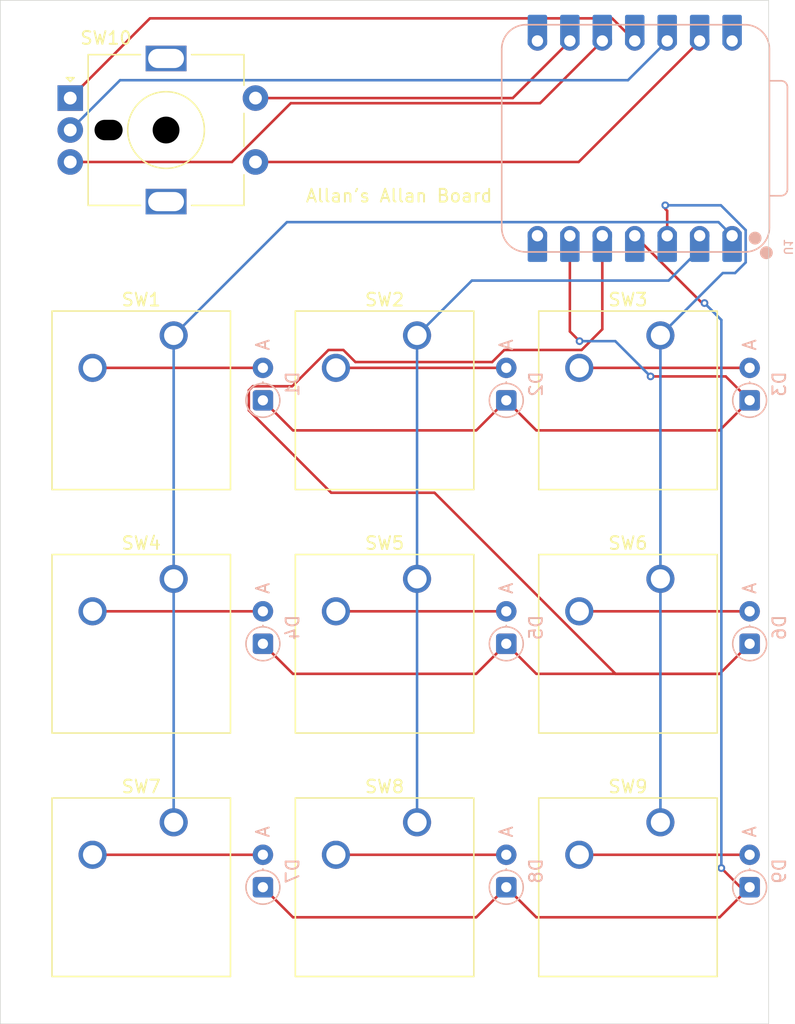
<source format=kicad_pcb>
(kicad_pcb (version 20241229) (generator "pcbnew") (generator_version "9.0")
  (layers (0 "F.Cu" signal) (2 "B.Cu" signal) (13 "F.Paste" user) (15 "B.Paste" user) (5 "F.SilkS" user "F.Silkscreen") (7 "B.SilkS" user "B.Silkscreen") (1 "F.Mask" user) (3 "B.Mask" user) (25 "Edge.Cuts" user))
  (net 0 "")
  (net 1 "Net-(D1-A)")
  (net 2 "Row 0")
  (net 3 "Net-(D2-A)")
  (net 4 "Net-(D3-A)")
  (net 5 "Net-(D4-A)")
  (net 6 "Row 1")
  (net 7 "Net-(D5-A)")
  (net 8 "Net-(D6-A)")
  (net 9 "Net-(D7-A)")
  (net 10 "Row 2")
  (net 11 "Net-(D8-A)")
  (net 12 "Net-(D9-A)")
  (net 13 "Column 0")
  (net 14 "Column 1")
  (net 15 "Column 2")
  (net 16 "GND")
  (net 17 "3.3V")
  (net 18 "Rot B")
  (net 19 "Rot A")
  (net 20 "Rot Switch")
  (net 21 "+5V")
  (footprint "Button_Switch_Keyboard:SW_Cherry_MX_1.00u_PCB" (layer "F.Cu") (at 133.49 101.97)
    (property "Reference" "SW4" (at -2.54 -2.794 0) (layer "F.SilkS"))
    (property "Value" "SW_Push")
    (fp_line (start -9.525 -1.905) (end 4.445 -1.905) (stroke (width 0.12)) (layer "F.SilkS"))
    (fp_line (start -9.525 12.065) (end -9.525 -1.905) (stroke (width 0.12)) (layer "F.SilkS"))
    (fp_line (start 4.445 -1.905) (end 4.445 12.065) (stroke (width 0.12)) (layer "F.SilkS"))
    (fp_line (start 4.445 12.065) (end -9.525 12.065) (stroke (width 0.12)) (layer "F.SilkS"))
    (pad "" np_thru_hole circle (at -7.62 5.08) (size 1.7 1.7) (drill 1.7) (layers "*.Cu" "*.Mask"))
    (pad "" np_thru_hole circle (at -2.54 5.08) (size 4 4) (drill 4) (layers "*.Cu" "*.Mask"))
    (pad "" np_thru_hole circle (at 2.54 5.08) (size 1.7 1.7) (drill 1.7) (layers "*.Cu" "*.Mask"))
    (pad "1" thru_hole circle (at 0 0) (size 2.2 2.2) (drill 1.5) (layers "*.Cu" "*.Mask") (net 13 "Column 0"))
    (pad "2" thru_hole circle (at -6.35 2.54) (size 2.2 2.2) (drill 1.5) (layers "*.Cu" "*.Mask") (net 5 "Net-(D4-A)"))
  )
  (footprint "Button_Switch_Keyboard:SW_Cherry_MX_1.00u_PCB" (layer "F.Cu") (at 152.54 101.97)
    (property "Reference" "SW5" (at -2.54 -2.794 0) (layer "F.SilkS"))
    (property "Value" "SW_Push")
    (fp_line (start -9.525 -1.905) (end 4.445 -1.905) (stroke (width 0.12)) (layer "F.SilkS"))
    (fp_line (start -9.525 12.065) (end -9.525 -1.905) (stroke (width 0.12)) (layer "F.SilkS"))
    (fp_line (start 4.445 -1.905) (end 4.445 12.065) (stroke (width 0.12)) (layer "F.SilkS"))
    (fp_line (start 4.445 12.065) (end -9.525 12.065) (stroke (width 0.12)) (layer "F.SilkS"))
    (pad "" np_thru_hole circle (at -7.62 5.08) (size 1.7 1.7) (drill 1.7) (layers "*.Cu" "*.Mask"))
    (pad "" np_thru_hole circle (at -2.54 5.08) (size 4 4) (drill 4) (layers "*.Cu" "*.Mask"))
    (pad "" np_thru_hole circle (at 2.54 5.08) (size 1.7 1.7) (drill 1.7) (layers "*.Cu" "*.Mask"))
    (pad "1" thru_hole circle (at 0 0) (size 2.2 2.2) (drill 1.5) (layers "*.Cu" "*.Mask") (net 14 "Column 1"))
    (pad "2" thru_hole circle (at -6.35 2.54) (size 2.2 2.2) (drill 1.5) (layers "*.Cu" "*.Mask") (net 7 "Net-(D5-A)"))
  )
  (footprint "Button_Switch_Keyboard:SW_Cherry_MX_1.00u_PCB" (layer "F.Cu") (at 152.54 121.02)
    (property "Reference" "SW8" (at -2.54 -2.794 0) (layer "F.SilkS"))
    (property "Value" "SW_Push")
    (fp_line (start -9.525 -1.905) (end 4.445 -1.905) (stroke (width 0.12)) (layer "F.SilkS"))
    (fp_line (start -9.525 12.065) (end -9.525 -1.905) (stroke (width 0.12)) (layer "F.SilkS"))
    (fp_line (start 4.445 -1.905) (end 4.445 12.065) (stroke (width 0.12)) (layer "F.SilkS"))
    (fp_line (start 4.445 12.065) (end -9.525 12.065) (stroke (width 0.12)) (layer "F.SilkS"))
    (pad "" np_thru_hole circle (at -7.62 5.08) (size 1.7 1.7) (drill 1.7) (layers "*.Cu" "*.Mask"))
    (pad "" np_thru_hole circle (at -2.54 5.08) (size 4 4) (drill 4) (layers "*.Cu" "*.Mask"))
    (pad "" np_thru_hole circle (at 2.54 5.08) (size 1.7 1.7) (drill 1.7) (layers "*.Cu" "*.Mask"))
    (pad "1" thru_hole circle (at 0 0) (size 2.2 2.2) (drill 1.5) (layers "*.Cu" "*.Mask") (net 14 "Column 1"))
    (pad "2" thru_hole circle (at -6.35 2.54) (size 2.2 2.2) (drill 1.5) (layers "*.Cu" "*.Mask") (net 11 "Net-(D8-A)"))
  )
  (footprint "Button_Switch_Keyboard:SW_Cherry_MX_1.00u_PCB" (layer "F.Cu") (at 171.59 82.92)
    (property "Reference" "SW3" (at -2.54 -2.794 0) (layer "F.SilkS"))
    (property "Value" "SW_Push")
    (fp_line (start -9.525 -1.905) (end 4.445 -1.905) (stroke (width 0.12)) (layer "F.SilkS"))
    (fp_line (start -9.525 12.065) (end -9.525 -1.905) (stroke (width 0.12)) (layer "F.SilkS"))
    (fp_line (start 4.445 -1.905) (end 4.445 12.065) (stroke (width 0.12)) (layer "F.SilkS"))
    (fp_line (start 4.445 12.065) (end -9.525 12.065) (stroke (width 0.12)) (layer "F.SilkS"))
    (pad "" np_thru_hole circle (at -7.62 5.08) (size 1.7 1.7) (drill 1.7) (layers "*.Cu" "*.Mask"))
    (pad "" np_thru_hole circle (at -2.54 5.08) (size 4 4) (drill 4) (layers "*.Cu" "*.Mask"))
    (pad "" np_thru_hole circle (at 2.54 5.08) (size 1.7 1.7) (drill 1.7) (layers "*.Cu" "*.Mask"))
    (pad "1" thru_hole circle (at 0 0) (size 2.2 2.2) (drill 1.5) (layers "*.Cu" "*.Mask") (net 15 "Column 2"))
    (pad "2" thru_hole circle (at -6.35 2.54) (size 2.2 2.2) (drill 1.5) (layers "*.Cu" "*.Mask") (net 4 "Net-(D3-A)"))
  )
  (footprint "Button_Switch_Keyboard:SW_Cherry_MX_1.00u_PCB" (layer "F.Cu") (at 152.54 82.92)
    (property "Reference" "SW2" (at -2.54 -2.794 0) (layer "F.SilkS"))
    (property "Value" "SW_Push")
    (fp_line (start -9.525 -1.905) (end 4.445 -1.905) (stroke (width 0.12)) (layer "F.SilkS"))
    (fp_line (start -9.525 12.065) (end -9.525 -1.905) (stroke (width 0.12)) (layer "F.SilkS"))
    (fp_line (start 4.445 -1.905) (end 4.445 12.065) (stroke (width 0.12)) (layer "F.SilkS"))
    (fp_line (start 4.445 12.065) (end -9.525 12.065) (stroke (width 0.12)) (layer "F.SilkS"))
    (pad "" np_thru_hole circle (at -7.62 5.08) (size 1.7 1.7) (drill 1.7) (layers "*.Cu" "*.Mask"))
    (pad "" np_thru_hole circle (at -2.54 5.08) (size 4 4) (drill 4) (layers "*.Cu" "*.Mask"))
    (pad "" np_thru_hole circle (at 2.54 5.08) (size 1.7 1.7) (drill 1.7) (layers "*.Cu" "*.Mask"))
    (pad "1" thru_hole circle (at 0 0) (size 2.2 2.2) (drill 1.5) (layers "*.Cu" "*.Mask") (net 14 "Column 1"))
    (pad "2" thru_hole circle (at -6.35 2.54) (size 2.2 2.2) (drill 1.5) (layers "*.Cu" "*.Mask") (net 3 "Net-(D2-A)"))
  )
  (footprint "Button_Switch_Keyboard:SW_Cherry_MX_1.00u_PCB" (layer "F.Cu") (at 171.59 101.97)
    (property "Reference" "SW6" (at -2.54 -2.794 0) (layer "F.SilkS"))
    (property "Value" "SW_Push")
    (fp_line (start -9.525 -1.905) (end 4.445 -1.905) (stroke (width 0.12)) (layer "F.SilkS"))
    (fp_line (start -9.525 12.065) (end -9.525 -1.905) (stroke (width 0.12)) (layer "F.SilkS"))
    (fp_line (start 4.445 -1.905) (end 4.445 12.065) (stroke (width 0.12)) (layer "F.SilkS"))
    (fp_line (start 4.445 12.065) (end -9.525 12.065) (stroke (width 0.12)) (layer "F.SilkS"))
    (pad "" np_thru_hole circle (at -7.62 5.08) (size 1.7 1.7) (drill 1.7) (layers "*.Cu" "*.Mask"))
    (pad "" np_thru_hole circle (at -2.54 5.08) (size 4 4) (drill 4) (layers "*.Cu" "*.Mask"))
    (pad "" np_thru_hole circle (at 2.54 5.08) (size 1.7 1.7) (drill 1.7) (layers "*.Cu" "*.Mask"))
    (pad "1" thru_hole circle (at 0 0) (size 2.2 2.2) (drill 1.5) (layers "*.Cu" "*.Mask") (net 15 "Column 2"))
    (pad "2" thru_hole circle (at -6.35 2.54) (size 2.2 2.2) (drill 1.5) (layers "*.Cu" "*.Mask") (net 8 "Net-(D6-A)"))
  )
  (footprint "Rotary_Encoder:RotaryEncoder_Alps_EC11E-Switch_Vertical_H20mm_MountingHoles" (layer "F.Cu") (at 125.39375 64.35)
    (property "Reference" "SW10" (at 2.8 -4.7 0) (layer "F.SilkS"))
    (property "Value" "RotaryEncoder_Switch")
    (fp_line (start -0.3 -1.6) (end 0.3 -1.6) (stroke (width 0.12)) (layer "F.SilkS"))
    (fp_line (start 0 -1.3) (end -0.3 -1.6) (stroke (width 0.12)) (layer "F.SilkS"))
    (fp_line (start 0.3 -1.6) (end 0 -1.3) (stroke (width 0.12)) (layer "F.SilkS"))
    (fp_line (start 1.4 -3.4) (end 1.4 8.4) (stroke (width 0.12)) (layer "F.SilkS"))
    (fp_line (start 5.5 -3.4) (end 1.4 -3.4) (stroke (width 0.12)) (layer "F.SilkS"))
    (fp_line (start 5.5 8.4) (end 1.4 8.4) (stroke (width 0.12)) (layer "F.SilkS"))
    (fp_line (start 9.5 -3.4) (end 13.6 -3.4) (stroke (width 0.12)) (layer "F.SilkS"))
    (fp_line (start 13.6 -3.4) (end 13.6 -1) (stroke (width 0.12)) (layer "F.SilkS"))
    (fp_line (start 13.6 1.2) (end 13.6 3.8) (stroke (width 0.12)) (layer "F.SilkS"))
    (fp_line (start 13.6 6) (end 13.6 8.4) (stroke (width 0.12)) (layer "F.SilkS"))
    (fp_line (start 13.6 8.4) (end 9.5 8.4) (stroke (width 0.12)) (layer "F.SilkS"))
    (fp_circle (center 7.5 2.5) (end 10.5 2.5) (stroke (width 0.12)) (fill no) (layer "F.SilkS"))
    (pad "" np_thru_hole oval (at 3 2.5) (size 2.2 1.6) (drill oval 2.2 1.6) (layers "*.Mask"))
    (pad "" np_thru_hole circle (at 7.5 2.5) (size 2.1 2.1) (drill 2.1) (layers "*.Mask"))
    (pad "A" thru_hole rect (at 0 0) (size 2 2) (drill 1) (layers "*.Cu" "*.Mask") (net 19 "Rot A"))
    (pad "B" thru_hole circle (at 0 5) (size 2 2) (drill 1) (layers "*.Cu" "*.Mask") (net 18 "Rot B"))
    (pad "C" thru_hole circle (at 0 2.5) (size 2 2) (drill 1) (layers "*.Cu" "*.Mask") (net 17 "3.3V"))
    (pad "MP" thru_hole rect (at 7.5 -3.1) (size 3.2 2) (drill oval 2.8 1.5) (layers "*.Cu" "*.Mask"))
    (pad "MP" thru_hole rect (at 7.5 8.1) (size 3.2 2) (drill oval 2.8 1.5) (layers "*.Cu" "*.Mask"))
    (pad "S1" thru_hole circle (at 14.5 5) (size 2 2) (drill 1) (layers "*.Cu" "*.Mask") (net 16 "GND"))
    (pad "S2" thru_hole circle (at 14.5 0) (size 2 2) (drill 1) (layers "*.Cu" "*.Mask") (net 20 "Rot Switch"))
  )
  (footprint "Button_Switch_Keyboard:SW_Cherry_MX_1.00u_PCB" (layer "F.Cu") (at 133.49 121.02)
    (property "Reference" "SW7" (at -2.54 -2.794 0) (layer "F.SilkS"))
    (property "Value" "SW_Push")
    (fp_line (start -9.525 -1.905) (end 4.445 -1.905) (stroke (width 0.12)) (layer "F.SilkS"))
    (fp_line (start -9.525 12.065) (end -9.525 -1.905) (stroke (width 0.12)) (layer "F.SilkS"))
    (fp_line (start 4.445 -1.905) (end 4.445 12.065) (stroke (width 0.12)) (layer "F.SilkS"))
    (fp_line (start 4.445 12.065) (end -9.525 12.065) (stroke (width 0.12)) (layer "F.SilkS"))
    (pad "" np_thru_hole circle (at -7.62 5.08) (size 1.7 1.7) (drill 1.7) (layers "*.Cu" "*.Mask"))
    (pad "" np_thru_hole circle (at -2.54 5.08) (size 4 4) (drill 4) (layers "*.Cu" "*.Mask"))
    (pad "" np_thru_hole circle (at 2.54 5.08) (size 1.7 1.7) (drill 1.7) (layers "*.Cu" "*.Mask"))
    (pad "1" thru_hole circle (at 0 0) (size 2.2 2.2) (drill 1.5) (layers "*.Cu" "*.Mask") (net 13 "Column 0"))
    (pad "2" thru_hole circle (at -6.35 2.54) (size 2.2 2.2) (drill 1.5) (layers "*.Cu" "*.Mask") (net 9 "Net-(D7-A)"))
  )
  (footprint "Button_Switch_Keyboard:SW_Cherry_MX_1.00u_PCB" (layer "F.Cu") (at 133.49 82.92)
    (property "Reference" "SW1" (at -2.54 -2.794 0) (layer "F.SilkS"))
    (property "Value" "SW_Push")
    (fp_line (start -9.525 -1.905) (end 4.445 -1.905) (stroke (width 0.12)) (layer "F.SilkS"))
    (fp_line (start -9.525 12.065) (end -9.525 -1.905) (stroke (width 0.12)) (layer "F.SilkS"))
    (fp_line (start 4.445 -1.905) (end 4.445 12.065) (stroke (width 0.12)) (layer "F.SilkS"))
    (fp_line (start 4.445 12.065) (end -9.525 12.065) (stroke (width 0.12)) (layer "F.SilkS"))
    (pad "" np_thru_hole circle (at -7.62 5.08) (size 1.7 1.7) (drill 1.7) (layers "*.Cu" "*.Mask"))
    (pad "" np_thru_hole circle (at -2.54 5.08) (size 4 4) (drill 4) (layers "*.Cu" "*.Mask"))
    (pad "" np_thru_hole circle (at 2.54 5.08) (size 1.7 1.7) (drill 1.7) (layers "*.Cu" "*.Mask"))
    (pad "1" thru_hole circle (at 0 0) (size 2.2 2.2) (drill 1.5) (layers "*.Cu" "*.Mask") (net 13 "Column 0"))
    (pad "2" thru_hole circle (at -6.35 2.54) (size 2.2 2.2) (drill 1.5) (layers "*.Cu" "*.Mask") (net 1 "Net-(D1-A)"))
  )
  (footprint "Button_Switch_Keyboard:SW_Cherry_MX_1.00u_PCB" (layer "F.Cu") (at 171.59 121.02)
    (property "Reference" "SW9" (at -2.54 -2.794 0) (layer "F.SilkS"))
    (property "Value" "SW_Push")
    (fp_line (start -9.525 -1.905) (end 4.445 -1.905) (stroke (width 0.12)) (layer "F.SilkS"))
    (fp_line (start -9.525 12.065) (end -9.525 -1.905) (stroke (width 0.12)) (layer "F.SilkS"))
    (fp_line (start 4.445 -1.905) (end 4.445 12.065) (stroke (width 0.12)) (layer "F.SilkS"))
    (fp_line (start 4.445 12.065) (end -9.525 12.065) (stroke (width 0.12)) (layer "F.SilkS"))
    (pad "" np_thru_hole circle (at -7.62 5.08) (size 1.7 1.7) (drill 1.7) (layers "*.Cu" "*.Mask"))
    (pad "" np_thru_hole circle (at -2.54 5.08) (size 4 4) (drill 4) (layers "*.Cu" "*.Mask"))
    (pad "" np_thru_hole circle (at 2.54 5.08) (size 1.7 1.7) (drill 1.7) (layers "*.Cu" "*.Mask"))
    (pad "1" thru_hole circle (at 0 0) (size 2.2 2.2) (drill 1.5) (layers "*.Cu" "*.Mask") (net 15 "Column 2"))
    (pad "2" thru_hole circle (at -6.35 2.54) (size 2.2 2.2) (drill 1.5) (layers "*.Cu" "*.Mask") (net 12 "Net-(D9-A)"))
  )
  (footprint "Diode_THT:D_DO-35_SOD27_P2.54mm_Vertical_AnodeUp" (layer "B.Cu") (at 140.475 126.1 90)
    (property "Reference" "D7" (at 1.27 2.326371 90) (layer "B.SilkS") (effects (justify mirror)))
    (property "Value" "1N4148WT")
    (fp_line (start 1.326371 0) (end 1.44 0) (stroke (width 0.12)) (layer "B.SilkS"))
    (fp_circle (center 0 0) (end 1.326371 0) (stroke (width 0.12)) (fill no) (layer "B.SilkS"))
    (fp_text user "A" (at 4.34 0 90) (layer "B.SilkS") (effects (justify mirror)))
    (pad "1" thru_hole roundrect (at 0 0 90) (size 1.6 1.6) (drill 0.8) (layers "*.Cu" "*.Mask") (roundrect_rratio 0.15625) (net 10 "Row 2"))
    (pad "2" thru_hole circle (at 2.54 0 90) (size 1.6 1.6) (drill 0.8) (layers "*.Cu" "*.Mask") (net 9 "Net-(D7-A)"))
  )
  (footprint "Diode_THT:D_DO-35_SOD27_P2.54mm_Vertical_AnodeUp" (layer "B.Cu") (at 178.575 88 90)
    (property "Reference" "D3" (at 1.27 2.326371 90) (layer "B.SilkS") (effects (justify mirror)))
    (property "Value" "1N4148WT")
    (fp_line (start 1.326371 0) (end 1.44 0) (stroke (width 0.12)) (layer "B.SilkS"))
    (fp_circle (center 0 0) (end 1.326371 0) (stroke (width 0.12)) (fill no) (layer "B.SilkS"))
    (fp_text user "A" (at 4.34 0 90) (layer "B.SilkS") (effects (justify mirror)))
    (pad "1" thru_hole roundrect (at 0 0 90) (size 1.6 1.6) (drill 0.8) (layers "*.Cu" "*.Mask") (roundrect_rratio 0.15625) (net 2 "Row 0"))
    (pad "2" thru_hole circle (at 2.54 0 90) (size 1.6 1.6) (drill 0.8) (layers "*.Cu" "*.Mask") (net 4 "Net-(D3-A)"))
  )
  (footprint "Diode_THT:D_DO-35_SOD27_P2.54mm_Vertical_AnodeUp" (layer "B.Cu") (at 140.475 107.05 90)
    (property "Reference" "D4" (at 1.27 2.326371 90) (layer "B.SilkS") (effects (justify mirror)))
    (property "Value" "1N4148WT")
    (fp_line (start 1.326371 0) (end 1.44 0) (stroke (width 0.12)) (layer "B.SilkS"))
    (fp_circle (center 0 0) (end 1.326371 0) (stroke (width 0.12)) (fill no) (layer "B.SilkS"))
    (fp_text user "A" (at 4.34 0 90) (layer "B.SilkS") (effects (justify mirror)))
    (pad "1" thru_hole roundrect (at 0 0 90) (size 1.6 1.6) (drill 0.8) (layers "*.Cu" "*.Mask") (roundrect_rratio 0.15625) (net 6 "Row 1"))
    (pad "2" thru_hole circle (at 2.54 0 90) (size 1.6 1.6) (drill 0.8) (layers "*.Cu" "*.Mask") (net 5 "Net-(D4-A)"))
  )
  (footprint "Diode_THT:D_DO-35_SOD27_P2.54mm_Vertical_AnodeUp" (layer "B.Cu") (at 159.525 107.05 90)
    (property "Reference" "D5" (at 1.27 2.326371 90) (layer "B.SilkS") (effects (justify mirror)))
    (property "Value" "1N4148WT")
    (fp_line (start 1.326371 0) (end 1.44 0) (stroke (width 0.12)) (layer "B.SilkS"))
    (fp_circle (center 0 0) (end 1.326371 0) (stroke (width 0.12)) (fill no) (layer "B.SilkS"))
    (fp_text user "A" (at 4.34 0 90) (layer "B.SilkS") (effects (justify mirror)))
    (pad "1" thru_hole roundrect (at 0 0 90) (size 1.6 1.6) (drill 0.8) (layers "*.Cu" "*.Mask") (roundrect_rratio 0.15625) (net 6 "Row 1"))
    (pad "2" thru_hole circle (at 2.54 0 90) (size 1.6 1.6) (drill 0.8) (layers "*.Cu" "*.Mask") (net 7 "Net-(D5-A)"))
  )
  (footprint "Diode_THT:D_DO-35_SOD27_P2.54mm_Vertical_AnodeUp" (layer "B.Cu") (at 178.575 126.1 90)
    (property "Reference" "D9" (at 1.27 2.326371 90) (layer "B.SilkS") (effects (justify mirror)))
    (property "Value" "1N4148WT")
    (fp_line (start 1.326371 0) (end 1.44 0) (stroke (width 0.12)) (layer "B.SilkS"))
    (fp_circle (center 0 0) (end 1.326371 0) (stroke (width 0.12)) (fill no) (layer "B.SilkS"))
    (fp_text user "A" (at 4.34 0 90) (layer "B.SilkS") (effects (justify mirror)))
    (pad "1" thru_hole roundrect (at 0 0 90) (size 1.6 1.6) (drill 0.8) (layers "*.Cu" "*.Mask") (roundrect_rratio 0.15625) (net 10 "Row 2"))
    (pad "2" thru_hole circle (at 2.54 0 90) (size 1.6 1.6) (drill 0.8) (layers "*.Cu" "*.Mask") (net 12 "Net-(D9-A)"))
  )
  (footprint "Diode_THT:D_DO-35_SOD27_P2.54mm_Vertical_AnodeUp" (layer "B.Cu") (at 159.525 126.1 90)
    (property "Reference" "D8" (at 1.27 2.326371 90) (layer "B.SilkS") (effects (justify mirror)))
    (property "Value" "1N4148WT")
    (fp_line (start 1.326371 0) (end 1.44 0) (stroke (width 0.12)) (layer "B.SilkS"))
    (fp_circle (center 0 0) (end 1.326371 0) (stroke (width 0.12)) (fill no) (layer "B.SilkS"))
    (fp_text user "A" (at 4.34 0 90) (layer "B.SilkS") (effects (justify mirror)))
    (pad "1" thru_hole roundrect (at 0 0 90) (size 1.6 1.6) (drill 0.8) (layers "*.Cu" "*.Mask") (roundrect_rratio 0.15625) (net 10 "Row 2"))
    (pad "2" thru_hole circle (at 2.54 0 90) (size 1.6 1.6) (drill 0.8) (layers "*.Cu" "*.Mask") (net 11 "Net-(D8-A)"))
  )
  (footprint "Diode_THT:D_DO-35_SOD27_P2.54mm_Vertical_AnodeUp" (layer "B.Cu") (at 140.475 88 90)
    (property "Reference" "D1" (at 1.27 2.326371 90) (layer "B.SilkS") (effects (justify mirror)))
    (property "Value" "1N4148WT")
    (fp_line (start 1.326371 0) (end 1.44 0) (stroke (width 0.12)) (layer "B.SilkS"))
    (fp_circle (center 0 0) (end 1.326371 0) (stroke (width 0.12)) (fill no) (layer "B.SilkS"))
    (fp_text user "A" (at 4.34 0 90) (layer "B.SilkS") (effects (justify mirror)))
    (pad "1" thru_hole roundrect (at 0 0 90) (size 1.6 1.6) (drill 0.8) (layers "*.Cu" "*.Mask") (roundrect_rratio 0.15625) (net 2 "Row 0"))
    (pad "2" thru_hole circle (at 2.54 0 90) (size 1.6 1.6) (drill 0.8) (layers "*.Cu" "*.Mask") (net 1 "Net-(D1-A)"))
  )
  (footprint "OPL:XIAO-RP2040-DIP" (layer "B.Cu") (at 169.5815 67.5 90)
    (property "Reference" "U1" (at -8.5 12 270) (layer "B.SilkS") (effects (font (size 0.635 0.635) (thickness 0.1016)) (justify mirror)))
    (property "Value" "XIAO-RP2040-DIP")
    (fp_line (start -6.985 -10.414) (end 6.985 -10.414) (stroke (width 0.127)) (layer "B.SilkS"))
    (fp_line (start 8.89 -8.509) (end 8.89 8.636) (stroke (width 0.127)) (layer "B.SilkS"))
    (fp_line (start -8.89 -8.509) (end -8.89 8.636) (stroke (width 0.127)) (layer "B.SilkS"))
    (fp_line (start 6.985 10.541) (end -6.985 10.541) (stroke (width 0.1)) (layer "B.SilkS"))
    (fp_line (start 6.985 10.541) (end -6.985 10.541) (stroke (width 0.127)) (layer "B.SilkS"))
    (fp_line (start -4.495 10.541) (end -4.491272 11.451272) (stroke (width 0.127)) (layer "B.SilkS"))
    (fp_line (start 4.504 11.451) (end 4.504 10.541) (stroke (width 0.127)) (layer "B.SilkS"))
    (fp_line (start -3.991272 11.951) (end 4.004 11.951) (stroke (width 0.127)) (layer "B.SilkS"))
    (fp_arc (start 6.985 -10.414) (mid 8.332038 -9.856038) (end 8.89 -8.509) (stroke (width 0.127)) (layer "B.SilkS"))
    (fp_arc (start -8.89 -8.509) (mid -8.332038 -9.856038) (end -6.985 -10.414) (stroke (width 0.127)) (layer "B.SilkS"))
    (fp_arc (start 8.89 8.636) (mid 8.332038 9.983038) (end 6.985 10.541) (stroke (width 0.127)) (layer "B.SilkS"))
    (fp_arc (start -6.985 10.541) (mid -8.332038 9.983038) (end -8.89 8.636) (stroke (width 0.127)) (layer "B.SilkS"))
    (fp_arc (start 4.504 11.451) (mid 4.357553 11.804553) (end 4.004 11.951) (stroke (width 0.127)) (layer "B.SilkS"))
    (fp_arc (start -3.991272 11.951) (mid -4.344724 11.804644) (end -4.491272 11.451272) (stroke (width 0.127)) (layer "B.SilkS"))
    (fp_circle (center -7.807 9.42) (end -7.807 9.674) (stroke (width 0.5)) (fill yes) (layer "B.SilkS"))
    (fp_circle (center -8.95 10.3) (end -8.95 10.554) (stroke (width 0.5)) (fill yes) (layer "B.SilkS"))
    (pad "1" smd roundrect (at -8.455 7.62 270) (size 2.432 1.524) (layers "B.Cu" "B.Mask") (roundrect_rratio 0.1) (net 13 "Column 0"))
    (pad "1" thru_hole circle (at -7.62 7.62 270) (size 1.524 1.524) (drill 0.889) (layers "*.Cu" "*.Mask") (net 13 "Column 0"))
    (pad "2" smd roundrect (at -8.455 5.08 270) (size 2.432 1.524) (layers "B.Cu" "B.Mask") (roundrect_rratio 0.1) (net 14 "Column 1"))
    (pad "2" thru_hole circle (at -7.62 5.08 270) (size 1.524 1.524) (drill 0.889) (layers "*.Cu" "*.Mask") (net 14 "Column 1"))
    (pad "3" smd roundrect (at -8.455 2.54 270) (size 2.432 1.524) (layers "B.Cu" "B.Mask") (roundrect_rratio 0.1) (net 15 "Column 2"))
    (pad "3" thru_hole circle (at -7.62 2.54 270) (size 1.524 1.524) (drill 0.889) (layers "*.Cu" "*.Mask") (net 15 "Column 2"))
    (pad "4" smd roundrect (at -8.455 0 270) (size 2.432 1.524) (layers "B.Cu" "B.Mask") (roundrect_rratio 0.1) (net 10 "Row 2"))
    (pad "4" thru_hole circle (at -7.62 0 270) (size 1.524 1.524) (drill 0.889) (layers "*.Cu" "*.Mask") (net 10 "Row 2"))
    (pad "5" smd roundrect (at -8.455 -2.54 270) (size 2.432 1.524) (layers "B.Cu" "B.Mask") (roundrect_rratio 0.1) (net 6 "Row 1"))
    (pad "5" thru_hole circle (at -7.62 -2.54 270) (size 1.524 1.524) (drill 0.889) (layers "*.Cu" "*.Mask") (net 6 "Row 1"))
    (pad "6" smd roundrect (at -8.455 -5.08 270) (size 2.432 1.524) (layers "B.Cu" "B.Mask") (roundrect_rratio 0.1) (net 2 "Row 0"))
    (pad "6" thru_hole circle (at -7.62 -5.08 270) (size 1.524 1.524) (drill 0.889) (layers "*.Cu" "*.Mask") (net 2 "Row 0"))
    (pad "7" smd roundrect (at -8.455 -7.62 270) (size 2.432 1.524) (layers "B.Cu" "B.Mask") (roundrect_rratio 0.1))
    (pad "7" thru_hole circle (at -7.62 -7.62 270) (size 1.524 1.524) (drill 0.889) (layers "*.Cu" "*.Mask"))
    (pad "8" thru_hole circle (at 7.62 -7.62 90) (size 1.524 1.524) (drill 0.889) (layers "*.Cu" "*.Mask"))
    (pad "8" smd roundrect (at 8.455 -7.62 90) (size 2.432 1.524) (layers "B.Cu" "B.Mask") (roundrect_rratio 0.1))
    (pad "9" thru_hole circle (at 7.62 -5.08 90) (size 1.524 1.524) (drill 0.889) (layers "*.Cu" "*.Mask") (net 20 "Rot Switch"))
    (pad "9" smd roundrect (at 8.455 -5.08 90) (size 2.432 1.524) (layers "B.Cu" "B.Mask") (roundrect_rratio 0.1) (net 20 "Rot Switch"))
    (pad "10" thru_hole circle (at 7.62 -2.54 90) (size 1.524 1.524) (drill 0.889) (layers "*.Cu" "*.Mask") (net 18 "Rot B"))
    (pad "10" smd roundrect (at 8.455 -2.54 90) (size 2.432 1.524) (layers "B.Cu" "B.Mask") (roundrect_rratio 0.1) (net 18 "Rot B"))
    (pad "11" thru_hole circle (at 7.62 0 90) (size 1.524 1.524) (drill 0.889) (layers "*.Cu" "*.Mask") (net 19 "Rot A"))
    (pad "11" smd roundrect (at 8.455 0 90) (size 2.432 1.524) (layers "B.Cu" "B.Mask") (roundrect_rratio 0.1) (net 19 "Rot A"))
    (pad "12" thru_hole circle (at 7.62 2.54 90) (size 1.524 1.524) (drill 0.889) (layers "*.Cu" "*.Mask") (net 17 "3.3V"))
    (pad "12" smd roundrect (at 8.455 2.54 90) (size 2.432 1.524) (layers "B.Cu" "B.Mask") (roundrect_rratio 0.1) (net 17 "3.3V"))
    (pad "13" thru_hole circle (at 7.62 5.08 90) (size 1.524 1.524) (drill 0.889) (layers "*.Cu" "*.Mask") (net 16 "GND"))
    (pad "13" smd roundrect (at 8.455 5.08 90) (size 2.432 1.524) (layers "B.Cu" "B.Mask") (roundrect_rratio 0.1) (net 16 "GND"))
    (pad "14" thru_hole circle (at 7.62 7.62 90) (size 1.524 1.524) (drill 0.889) (layers "*.Cu" "*.Mask") (net 21 "+5V"))
    (pad "14" smd roundrect (at 8.455 7.62 90) (size 2.432 1.524) (layers "B.Cu" "B.Mask") (roundrect_rratio 0.1) (net 21 "+5V"))
  )
  (footprint "Diode_THT:D_DO-35_SOD27_P2.54mm_Vertical_AnodeUp" (layer "B.Cu") (at 159.525 88 90)
    (property "Reference" "D2" (at 1.27 2.326371 90) (layer "B.SilkS") (effects (justify mirror)))
    (property "Value" "1N4148WT")
    (fp_line (start 1.326371 0) (end 1.44 0) (stroke (width 0.12)) (layer "B.SilkS"))
    (fp_circle (center 0 0) (end 1.326371 0) (stroke (width 0.12)) (fill no) (layer "B.SilkS"))
    (fp_text user "A" (at 4.34 0 90) (layer "B.SilkS") (effects (justify mirror)))
    (pad "1" thru_hole roundrect (at 0 0 90) (size 1.6 1.6) (drill 0.8) (layers "*.Cu" "*.Mask") (roundrect_rratio 0.15625) (net 2 "Row 0"))
    (pad "2" thru_hole circle (at 2.54 0 90) (size 1.6 1.6) (drill 0.8) (layers "*.Cu" "*.Mask") (net 3 "Net-(D2-A)"))
  )
  (footprint "Diode_THT:D_DO-35_SOD27_P2.54mm_Vertical_AnodeUp" (layer "B.Cu") (at 178.575 107.05 90)
    (property "Reference" "D6" (at 1.27 2.326371 90) (layer "B.SilkS") (effects (justify mirror)))
    (property "Value" "1N4148WT")
    (fp_line (start 1.326371 0) (end 1.44 0) (stroke (width 0.12)) (layer "B.SilkS"))
    (fp_circle (center 0 0) (end 1.326371 0) (stroke (width 0.12)) (fill no) (layer "B.SilkS"))
    (fp_text user "A" (at 4.34 0 90) (layer "B.SilkS") (effects (justify mirror)))
    (pad "1" thru_hole roundrect (at 0 0 90) (size 1.6 1.6) (drill 0.8) (layers "*.Cu" "*.Mask") (roundrect_rratio 0.15625) (net 6 "Row 1"))
    (pad "2" thru_hole circle (at 2.54 0 90) (size 1.6 1.6) (drill 0.8) (layers "*.Cu" "*.Mask") (net 8 "Net-(D6-A)"))
  )
  (gr_rect (start 119.92 56.7) (end 180.06 136.79) (stroke (width 0.05)) (fill no) (layer "Edge.Cuts"))
  (gr_text "Allan's Allan Board" (at 143.75 72.58 0) (layer "F.SilkS") (effects (font (size 1 1)) (justify left bottom)))
  (segment (start 127.14 85.46) (end 140.475 85.46) (width 0.2) (layer "F.Cu") (net 1))
  (segment (start 178.575 88) (end 176.705 86.13) (width 0.2) (layer "F.Cu") (net 2))
  (segment (start 140.475 88) (end 142.826 90.351) (width 0.2) (layer "F.Cu") (net 2))
  (segment (start 161.876 90.351) (end 176.224 90.351) (width 0.2) (layer "F.Cu") (net 2))
  (segment (start 159.525 88) (end 161.876 90.351) (width 0.2) (layer "F.Cu") (net 2))
  (segment (start 164.5015 82.6115) (end 164.5015 75.12) (width 0.2) (layer "F.Cu") (net 2))
  (segment (start 176.224 90.351) (end 178.575 88) (width 0.2) (layer "F.Cu") (net 2))
  (segment (start 142.826 90.351) (end 157.174 90.351) (width 0.2) (layer "F.Cu") (net 2))
  (segment (start 165.26 83.37) (end 164.5015 82.6115) (width 0.2) (layer "F.Cu") (net 2))
  (segment (start 178.575 88) (end 178.02 88) (width 0.2) (layer "F.Cu") (net 2))
  (segment (start 157.174 90.351) (end 159.525 88) (width 0.2) (layer "F.Cu") (net 2))
  (segment (start 176.705 86.13) (end 170.82 86.13) (width 0.2) (layer "F.Cu") (net 2))
  (via (at 170.82 86.13) (size 0.6) (drill 0.3) (layers "F.Cu" "B.Cu") (net 2))
  (via (at 165.26 83.37) (size 0.6) (drill 0.3) (layers "F.Cu" "B.Cu") (net 2))
  (segment (start 170.82 86.13) (end 168.06 83.37) (width 0.2) (layer "B.Cu") (net 2))
  (segment (start 168.06 83.37) (end 165.26 83.37) (width 0.2) (layer "B.Cu") (net 2))
  (segment (start 146.19 85.46) (end 159.525 85.46) (width 0.2) (layer "F.Cu") (net 3))
  (segment (start 165.24 85.46) (end 178.575 85.46) (width 0.2) (layer "F.Cu") (net 4))
  (segment (start 127.14 104.51) (end 140.475 104.51) (width 0.2) (layer "F.Cu") (net 5))
  (segment (start 159.525 107.05) (end 161.876 109.401) (width 0.2) (layer "F.Cu") (net 6))
  (segment (start 145.609686 84.059) (end 146.770314 84.059) (width 0.2) (layer "F.Cu") (net 6))
  (segment (start 178.575 107.05) (end 178.33 107.05) (width 0.2) (layer "F.Cu") (net 6))
  (segment (start 167.0415 82.438443) (end 167.0415 75.12) (width 0.2) (layer "F.Cu") (net 6))
  (segment (start 158.424 85.00395) (end 159.36895 84.059) (width 0.2) (layer "F.Cu") (net 6))
  (segment (start 140.475 107.05) (end 142.826 109.401) (width 0.2) (layer "F.Cu") (net 6))
  (segment (start 168.076184 109.401) (end 153.906184 95.231) (width 0.2) (layer "F.Cu") (net 6))
  (segment (start 161.876 109.401) (end 176.224 109.401) (width 0.2) (layer "F.Cu") (net 6))
  (segment (start 142.826 109.401) (end 157.174 109.401) (width 0.2) (layer "F.Cu") (net 6))
  (segment (start 178.575 107.05) (end 176.224 109.401) (width 0.2) (layer "F.Cu") (net 6))
  (segment (start 157.174 109.401) (end 159.525 107.05) (width 0.2) (layer "F.Cu") (net 6))
  (segment (start 165.420943 84.059) (end 167.0415 82.438443) (width 0.2) (layer "F.Cu") (net 6))
  (segment (start 139.68984 86.899) (end 142.769686 86.899) (width 0.2) (layer "F.Cu") (net 6))
  (segment (start 145.81984 95.231) (end 139.374 88.78516) (width 0.2) (layer "F.Cu") (net 6))
  (segment (start 176.224 109.401) (end 168.076184 109.401) (width 0.2) (layer "F.Cu") (net 6))
  (segment (start 153.906184 95.231) (end 145.81984 95.231) (width 0.2) (layer "F.Cu") (net 6))
  (segment (start 146.770314 84.059) (end 147.715264 85.00395) (width 0.2) (layer "F.Cu") (net 6))
  (segment (start 159.36895 84.059) (end 165.420943 84.059) (width 0.2) (layer "F.Cu") (net 6))
  (segment (start 139.374 87.21484) (end 139.68984 86.899) (width 0.2) (layer "F.Cu") (net 6))
  (segment (start 139.374 88.78516) (end 139.374 87.21484) (width 0.2) (layer "F.Cu") (net 6))
  (segment (start 147.715264 85.00395) (end 158.424 85.00395) (width 0.2) (layer "F.Cu") (net 6))
  (segment (start 142.769686 86.899) (end 145.609686 84.059) (width 0.2) (layer "F.Cu") (net 6))
  (segment (start 146.19 104.51) (end 159.525 104.51) (width 0.2) (layer "F.Cu") (net 7))
  (segment (start 165.24 104.51) (end 178.575 104.51) (width 0.2) (layer "F.Cu") (net 8))
  (segment (start 127.14 123.56) (end 140.475 123.56) (width 0.2) (layer "F.Cu") (net 9))
  (segment (start 175.04 80.39) (end 174.8515 80.39) (width 0.2) (layer "F.Cu") (net 10))
  (segment (start 157.174 128.451) (end 159.525 126.1) (width 0.2) (layer "F.Cu") (net 10))
  (segment (start 178.575 126.1) (end 176.224 128.451) (width 0.2) (layer "F.Cu") (net 10))
  (segment (start 176.224 128.451) (end 161.876 128.451) (width 0.2) (layer "F.Cu") (net 10))
  (segment (start 174.8515 80.39) (end 169.5815 75.12) (width 0.2) (layer "F.Cu") (net 10))
  (segment (start 178.575 126.1) (end 177.86 126.1) (width 0.2) (layer "F.Cu") (net 10))
  (segment (start 177.86 126.1) (end 176.36 124.6) (width 0.2) (layer "F.Cu") (net 10))
  (segment (start 140.475 126.1) (end 142.826 128.451) (width 0.2) (layer "F.Cu") (net 10))
  (segment (start 161.876 128.451) (end 159.525 126.1) (width 0.2) (layer "F.Cu") (net 10))
  (segment (start 142.826 128.451) (end 157.174 128.451) (width 0.2) (layer "F.Cu") (net 10))
  (via (at 176.36 124.6) (size 0.6) (drill 0.3) (layers "F.Cu" "B.Cu") (net 10))
  (via (at 175.04 80.39) (size 0.6) (drill 0.3) (layers "F.Cu" "B.Cu") (net 10))
  (segment (start 176.36 81.71) (end 175.04 80.39) (width 0.2) (layer "B.Cu") (net 10))
  (segment (start 176.36 124.6) (end 176.36 81.71) (width 0.2) (layer "B.Cu") (net 10))
  (segment (start 146.19 123.56) (end 159.525 123.56) (width 0.2) (layer "F.Cu") (net 11))
  (segment (start 165.24 123.56) (end 178.575 123.56) (width 0.2) (layer "F.Cu") (net 12))
  (segment (start 176.1385 74.057) (end 177.2015 75.12) (width 0.2) (layer "B.Cu") (net 13))
  (segment (start 133.49 82.92) (end 142.353 74.057) (width 0.2) (layer "B.Cu") (net 13))
  (segment (start 133.49 82.92) (end 133.49 121.02) (width 0.2) (layer "B.Cu") (net 13))
  (segment (start 142.353 74.057) (end 176.1385 74.057) (width 0.2) (layer "B.Cu") (net 13))
  (segment (start 172.22913 78.63) (end 174.6615 76.19763) (width 0.2) (layer "B.Cu") (net 14))
  (segment (start 174.6615 76.19763) (end 174.6615 75.12) (width 0.2) (layer "B.Cu") (net 14))
  (segment (start 156.83 78.63) (end 172.22913 78.63) (width 0.2) (layer "B.Cu") (net 14))
  (segment (start 152.54 82.92) (end 156.83 78.63) (width 0.2) (layer "B.Cu") (net 14))
  (segment (start 152.54 82.92) (end 152.54 121.02) (width 0.2) (layer "B.Cu") (net 14))
  (segment (start 171.97 73.02) (end 172.1215 73.1715) (width 0.2) (layer "F.Cu") (net 15))
  (segment (start 172.1215 73.1715) (end 172.1215 75.12) (width 0.2) (layer "F.Cu") (net 15))
  (segment (start 171.97 72.74) (end 171.97 73.02) (width 0.2) (layer "F.Cu") (net 15))
  (via (at 171.97 72.74) (size 0.6) (drill 0.3) (layers "F.Cu" "B.Cu") (net 15))
  (segment (start 178.2645 77.210626) (end 178.2645 74.67969) (width 0.2) (layer "B.Cu") (net 15))
  (segment (start 171.59 82.92) (end 171.59 121.02) (width 0.2) (layer "B.Cu") (net 15))
  (segment (start 178.2645 74.67969) (end 176.32481 72.74) (width 0.2) (layer "B.Cu") (net 15))
  (segment (start 171.59 82.92) (end 176.47 78.04) (width 0.2) (layer "B.Cu") (net 15))
  (segment (start 177.435126 78.04) (end 178.2645 77.210626) (width 0.2) (layer "B.Cu") (net 15))
  (segment (start 176.32481 72.74) (end 171.97 72.74) (width 0.2) (layer "B.Cu") (net 15))
  (segment (start 176.47 78.04) (end 177.435126 78.04) (width 0.2) (layer "B.Cu") (net 15))
  (segment (start 139.89375 69.35) (end 165.1915 69.35) (width 0.2) (layer "F.Cu") (net 16))
  (segment (start 165.1915 69.35) (end 174.6615 59.88) (width 0.2) (layer "F.Cu") (net 16))
  (segment (start 125.39375 66.85) (end 125.39375 67.16625) (width 0.2) (layer "F.Cu") (net 17))
  (segment (start 125.39375 67.16625) (end 125.36 67.2) (width 0.2) (layer "F.Cu") (net 17))
  (segment (start 125.39375 66.85) (end 129.29375 62.95) (width 0.2) (layer "B.Cu") (net 17))
  (segment (start 169.0515 62.95) (end 172.1215 59.88) (width 0.2) (layer "B.Cu") (net 17))
  (segment (start 129.29375 62.95) (end 169.0515 62.95) (width 0.2) (layer "B.Cu") (net 17))
  (segment (start 142.652858 64.751) (end 162.1705 64.751) (width 0.2) (layer "F.Cu") (net 18))
  (segment (start 138.053858 69.35) (end 142.652858 64.751) (width 0.2) (layer "F.Cu") (net 18))
  (segment (start 162.1705 64.751) (end 167.0415 59.88) (width 0.2) (layer "F.Cu") (net 18))
  (segment (start 125.39375 69.35) (end 138.053858 69.35) (width 0.2) (layer "F.Cu") (net 18))
  (segment (start 131.63275 58.111) (end 167.8125 58.111) (width 0.2) (layer "F.Cu") (net 19))
  (segment (start 167.8125 58.111) (end 169.5815 59.88) (width 0.2) (layer "F.Cu") (net 19))
  (segment (start 125.39375 64.35) (end 131.63275 58.111) (width 0.2) (layer "F.Cu") (net 19))
  (segment (start 160.0315 64.35) (end 164.5015 59.88) (width 0.2) (layer "F.Cu") (net 20))
  (segment (start 139.89375 64.35) (end 160.0315 64.35) (width 0.2) (layer "F.Cu") (net 20))
)
</source>
